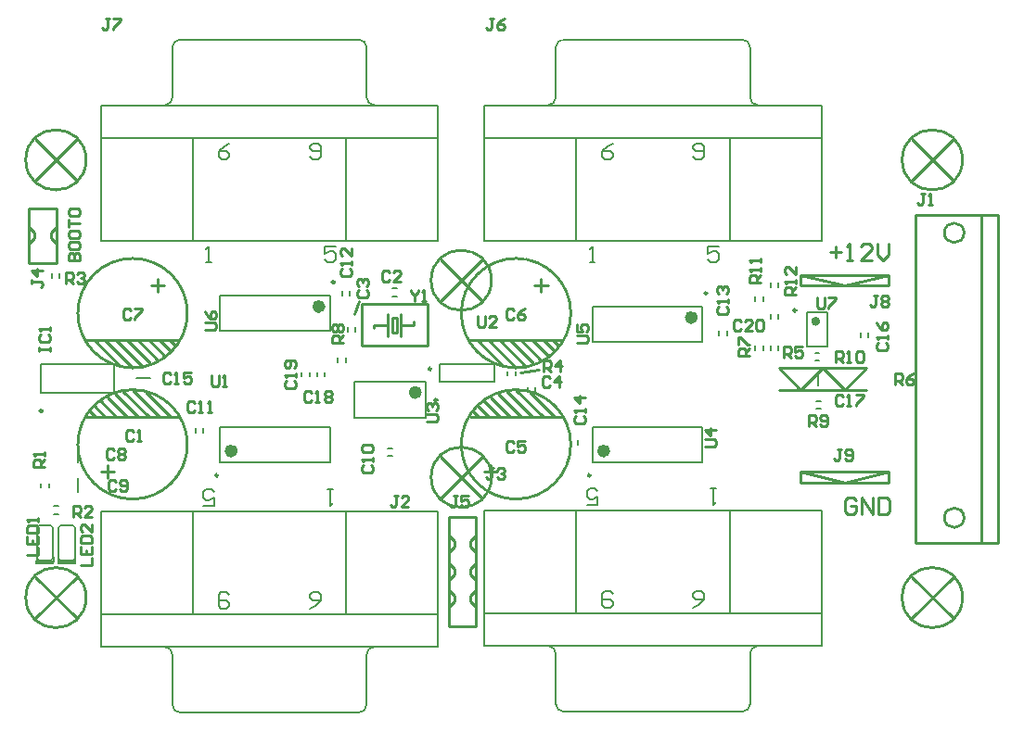
<source format=gto>
From 94640bdefc964cf22111aa56da4d1db7281676e5 Mon Sep 17 00:00:00 2001
From: ↑←↑↓→↓→←↑ <github@jaseg.net>
Date: Wed, 14 Dec 2016 20:07:13 +0100
Subject: WIP, add export

---
 .../Project Outputs for olsndot/Gerber/led_drv.GTO | 1915 ++++++++++++++++++++
 1 file changed, 1915 insertions(+)
 create mode 100644 olsndot/PCB_Project/Project Outputs for olsndot/Gerber/led_drv.GTO

(limited to 'olsndot/PCB_Project/Project Outputs for olsndot/Gerber/led_drv.GTO')

diff --git a/olsndot/PCB_Project/Project Outputs for olsndot/Gerber/led_drv.GTO b/olsndot/PCB_Project/Project Outputs for olsndot/Gerber/led_drv.GTO
new file mode 100644
index 0000000..779f5fd
--- /dev/null
+++ b/olsndot/PCB_Project/Project Outputs for olsndot/Gerber/led_drv.GTO	
@@ -0,0 +1,1915 @@
+G04 Layer_Color=65535*
+%FSLAX25Y25*%
+%MOIN*%
+G70*
+G01*
+G75*
+%ADD26C,0.01000*%
+%ADD45C,0.02362*%
+%ADD46C,0.00984*%
+%ADD47C,0.01575*%
+%ADD48C,0.00800*%
+%ADD49C,0.00787*%
+%ADD50C,0.00591*%
+%ADD51R,0.00650X0.02300*%
+%ADD52R,0.06700X0.01800*%
+%ADD53R,0.00730X0.02560*%
+D26*
+X196850Y122047D02*
+G03*
+X196850Y122047I-19685J0D01*
+G01*
+Y74803D02*
+G03*
+X196850Y74803I-19685J0D01*
+G01*
+X59055D02*
+G03*
+X59055Y74803I-19685J0D01*
+G01*
+Y122047D02*
+G03*
+X59055Y122047I-19685J0D01*
+G01*
+X338181Y150925D02*
+G03*
+X338181Y150925I-3536J0D01*
+G01*
+Y48425D02*
+G03*
+X338181Y48425I-3536J0D01*
+G01*
+X22638Y19685D02*
+G03*
+X22638Y19685I-10827J0D01*
+G01*
+Y177165D02*
+G03*
+X22638Y177165I-10827J0D01*
+G01*
+X337598D02*
+G03*
+X337598Y177165I-10827J0D01*
+G01*
+Y19685D02*
+G03*
+X337598Y19685I-10827J0D01*
+G01*
+X168307Y62992D02*
+G03*
+X168307Y62992I-10827J0D01*
+G01*
+Y133858D02*
+G03*
+X168307Y133858I-10827J0D01*
+G01*
+X118898Y121653D02*
+X120866Y126378D01*
+X125984Y116535D02*
+Y117717D01*
+X131102D01*
+X140551D02*
+Y118898D01*
+X135827Y117717D02*
+X140551D01*
+X121653Y110236D02*
+X145276D01*
+X121653D02*
+Y125197D01*
+X145276D01*
+Y110236D02*
+Y125197D01*
+X135827Y113779D02*
+Y121653D01*
+X131102Y113779D02*
+Y121653D01*
+X132677Y114961D02*
+Y120473D01*
+X134252D01*
+Y114961D02*
+Y120473D01*
+X132677Y114961D02*
+X134252D01*
+X186221Y129527D02*
+Y134252D01*
+X183858Y131890D02*
+X188583D01*
+X190551Y112205D02*
+X192520Y110236D01*
+X187008Y112205D02*
+X190945Y108268D01*
+X183071Y112205D02*
+X188976Y106299D01*
+X179134Y112205D02*
+X186221Y105118D01*
+X175197Y112205D02*
+X183465Y103937D01*
+X171260Y112205D02*
+X180709Y102756D01*
+X167323Y112205D02*
+X177165Y102362D01*
+X163386Y112205D02*
+X172441Y103150D01*
+X160236Y112205D02*
+X193701D01*
+X295276Y94488D02*
+X303150Y102362D01*
+X287402D02*
+X295276Y94488D01*
+X279528D02*
+X287402Y102362D01*
+X271654D02*
+X279528Y94488D01*
+X271654D02*
+X303150D01*
+X271654Y102362D02*
+X303150D01*
+X295276Y131890D02*
+X311024Y135827D01*
+X279528D02*
+X295276Y131890D01*
+X279528Y135827D02*
+X311024D01*
+Y131890D02*
+Y135827D01*
+X279528Y131890D02*
+X311024D01*
+X279528D02*
+Y135827D01*
+X295276Y61024D02*
+X311024Y64961D01*
+X279528D02*
+X295276Y61024D01*
+X279528Y64961D02*
+X311024D01*
+Y61024D02*
+Y64961D01*
+X279528Y61024D02*
+X311024D01*
+X279528D02*
+Y64961D01*
+X178740Y100787D02*
+X185433Y101575D01*
+X168110Y62598D02*
+Y67323D01*
+X165748Y64961D02*
+X170472D01*
+X161811Y86614D02*
+X163779Y84646D01*
+X163386Y88583D02*
+X167323Y84646D01*
+X165354Y90551D02*
+X171260Y84646D01*
+X168110Y91732D02*
+X175197Y84646D01*
+X170866Y92913D02*
+X179134Y84646D01*
+X173622Y94095D02*
+X183071Y84646D01*
+X177165Y94488D02*
+X187008Y84646D01*
+X181890Y93701D02*
+X190945Y84646D01*
+X160630D02*
+X194095D01*
+X30315Y62598D02*
+Y67323D01*
+X27953Y64961D02*
+X32677D01*
+X24016Y86614D02*
+X25984Y84646D01*
+X25591Y88583D02*
+X29528Y84646D01*
+X27559Y90551D02*
+X33465Y84646D01*
+X30315Y91732D02*
+X37402Y84646D01*
+X33071Y92913D02*
+X41339Y84646D01*
+X35827Y94095D02*
+X45276Y84646D01*
+X39370Y94488D02*
+X49213Y84646D01*
+X44094Y93701D02*
+X53150Y84646D01*
+X22835D02*
+X56299D01*
+X48425Y129527D02*
+Y134252D01*
+X46063Y131890D02*
+X50787D01*
+X52756Y112205D02*
+X54724Y110236D01*
+X49213Y112205D02*
+X53150Y108268D01*
+X45276Y112205D02*
+X51181Y106299D01*
+X41339Y112205D02*
+X48425Y105118D01*
+X37402Y112205D02*
+X45669Y103937D01*
+X33465Y112205D02*
+X42913Y102756D01*
+X29528Y112205D02*
+X39370Y102362D01*
+X25591Y112205D02*
+X34646Y103150D01*
+X22441Y112205D02*
+X55905D01*
+X10039Y149016D02*
+X12008Y147047D01*
+X10039Y149016D02*
+Y150984D01*
+X12008Y152953D01*
+X2165D02*
+X4134Y150984D01*
+Y149016D02*
+Y150984D01*
+X2165Y147047D02*
+X4134Y149016D01*
+X2165Y159843D02*
+X12008D01*
+Y140157D02*
+Y159843D01*
+X2165Y140157D02*
+X12008D01*
+X2165D02*
+Y159843D01*
+X162795Y9449D02*
+Y48819D01*
+X152953Y9449D02*
+X162795D01*
+X152953D02*
+Y48819D01*
+X162795D01*
+X160827Y39961D02*
+X162795Y41929D01*
+X160827Y37992D02*
+Y39961D01*
+Y37992D02*
+X162795Y36024D01*
+X160827Y30118D02*
+X162795Y32087D01*
+X160827Y28150D02*
+Y30118D01*
+Y28150D02*
+X162795Y26181D01*
+X152953Y32087D02*
+X154921Y30118D01*
+Y28150D02*
+Y30118D01*
+X152953Y26181D02*
+X154921Y28150D01*
+X152953Y36024D02*
+X154921Y37992D01*
+Y39961D01*
+X152953Y41929D02*
+X154921Y39961D01*
+X152953Y22244D02*
+X154921Y20276D01*
+Y18307D02*
+Y20276D01*
+X152953Y16339D02*
+X154921Y18307D01*
+X160827D02*
+X162795Y16339D01*
+X160827Y18307D02*
+Y20276D01*
+X162795Y22244D01*
+X344488Y39370D02*
+Y157480D01*
+X320866Y96457D02*
+Y98425D01*
+Y39370D02*
+Y96457D01*
+Y39370D02*
+X350394D01*
+Y157480D01*
+X320866D02*
+X350394D01*
+X320866Y98425D02*
+Y157480D01*
+X4331Y12205D02*
+X19291Y27165D01*
+X4331D02*
+X19291Y12205D01*
+X4331Y169685D02*
+X19291Y184646D01*
+X4331D02*
+X19291Y169685D01*
+X319291D02*
+X334252Y184646D01*
+X319291D02*
+X334252Y169685D01*
+X319291Y12205D02*
+X334252Y27165D01*
+X319291D02*
+X334252Y12205D01*
+X150000Y55512D02*
+X164961Y70472D01*
+X150000D02*
+X164961Y55512D01*
+X150000Y126378D02*
+X164961Y141339D01*
+X150000D02*
+X164961Y126378D01*
+X65293Y116142D02*
+X68625D01*
+X69291Y116808D01*
+Y118141D01*
+X68625Y118807D01*
+X65293D01*
+Y122806D02*
+X65959Y121473D01*
+X67292Y120140D01*
+X68625D01*
+X69291Y120807D01*
+Y122140D01*
+X68625Y122806D01*
+X67958D01*
+X67292Y122140D01*
+Y120140D01*
+X114778Y138099D02*
+X114111Y137432D01*
+Y136100D01*
+X114778Y135433D01*
+X117444D01*
+X118110Y136100D01*
+Y137432D01*
+X117444Y138099D01*
+X118110Y139432D02*
+Y140765D01*
+Y140098D01*
+X114111D01*
+X114778Y139432D01*
+X118110Y145430D02*
+Y142764D01*
+X115444Y145430D01*
+X114778D01*
+X114111Y144763D01*
+Y143430D01*
+X114778Y142764D01*
+X120684Y130225D02*
+X120017Y129558D01*
+Y128226D01*
+X120684Y127559D01*
+X123349D01*
+X124016Y128226D01*
+Y129558D01*
+X123349Y130225D01*
+X120684Y131558D02*
+X120017Y132224D01*
+Y133557D01*
+X120684Y134224D01*
+X121350D01*
+X122016Y133557D01*
+Y132891D01*
+Y133557D01*
+X122683Y134224D01*
+X123349D01*
+X124016Y133557D01*
+Y132224D01*
+X123349Y131558D01*
+X139370Y130377D02*
+Y129710D01*
+X140703Y128377D01*
+X142036Y129710D01*
+Y130377D01*
+X140703Y128377D02*
+Y126378D01*
+X143369D02*
+X144702D01*
+X144035D01*
+Y130377D01*
+X143369Y129710D01*
+X176288Y123017D02*
+X175621Y123684D01*
+X174288D01*
+X173622Y123017D01*
+Y120352D01*
+X174288Y119685D01*
+X175621D01*
+X176288Y120352D01*
+X180287Y123684D02*
+X178954Y123017D01*
+X177621Y121684D01*
+Y120352D01*
+X178287Y119685D01*
+X179620D01*
+X180287Y120352D01*
+Y121018D01*
+X179620Y121684D01*
+X177621D01*
+X131800Y136797D02*
+X131133Y137463D01*
+X129800D01*
+X129134Y136797D01*
+Y134131D01*
+X129800Y133465D01*
+X131133D01*
+X131800Y134131D01*
+X135798Y133465D02*
+X133133D01*
+X135798Y136130D01*
+Y136797D01*
+X135132Y137463D01*
+X133799D01*
+X133133Y136797D01*
+X277559Y128740D02*
+X273560D01*
+Y130739D01*
+X274227Y131406D01*
+X275560D01*
+X276226Y130739D01*
+Y128740D01*
+Y130073D02*
+X277559Y131406D01*
+Y132739D02*
+Y134072D01*
+Y133405D01*
+X273560D01*
+X274227Y132739D01*
+X277559Y138737D02*
+Y136071D01*
+X274893Y138737D01*
+X274227D01*
+X273560Y138070D01*
+Y136738D01*
+X274227Y136071D01*
+X250211Y124319D02*
+X249545Y123653D01*
+Y122320D01*
+X250211Y121653D01*
+X252877D01*
+X253543Y122320D01*
+Y123653D01*
+X252877Y124319D01*
+X253543Y125652D02*
+Y126985D01*
+Y126319D01*
+X249545D01*
+X250211Y125652D01*
+Y128984D02*
+X249545Y129651D01*
+Y130984D01*
+X250211Y131650D01*
+X250877D01*
+X251544Y130984D01*
+Y130317D01*
+Y130984D01*
+X252210Y131650D01*
+X252877D01*
+X253543Y130984D01*
+Y129651D01*
+X252877Y128984D01*
+X264961Y133071D02*
+X260962D01*
+Y135070D01*
+X261628Y135737D01*
+X262961D01*
+X263628Y135070D01*
+Y133071D01*
+Y134404D02*
+X264961Y135737D01*
+Y137070D02*
+Y138402D01*
+Y137736D01*
+X260962D01*
+X261628Y137070D01*
+X264961Y140402D02*
+Y141735D01*
+Y141068D01*
+X260962D01*
+X261628Y140402D01*
+X258178Y119080D02*
+X257511Y119747D01*
+X256178D01*
+X255512Y119080D01*
+Y116414D01*
+X256178Y115748D01*
+X257511D01*
+X258178Y116414D01*
+X262176Y115748D02*
+X259510D01*
+X262176Y118414D01*
+Y119080D01*
+X261510Y119747D01*
+X260177D01*
+X259510Y119080D01*
+X263509D02*
+X264176Y119747D01*
+X265509D01*
+X266175Y119080D01*
+Y116414D01*
+X265509Y115748D01*
+X264176D01*
+X263509Y116414D01*
+Y119080D01*
+X285433Y127621D02*
+Y124288D01*
+X286100Y123622D01*
+X287432D01*
+X288099Y124288D01*
+Y127621D01*
+X289432D02*
+X292098D01*
+Y126954D01*
+X289432Y124288D01*
+Y123622D01*
+X273228Y105905D02*
+Y109904D01*
+X275228D01*
+X275894Y109238D01*
+Y107905D01*
+X275228Y107238D01*
+X273228D01*
+X274561D02*
+X275894Y105905D01*
+X279893Y109904D02*
+X277227D01*
+Y107905D01*
+X278560Y108571D01*
+X279226D01*
+X279893Y107905D01*
+Y106572D01*
+X279226Y105905D01*
+X277893D01*
+X277227Y106572D01*
+X261024Y106693D02*
+X257025D01*
+Y108692D01*
+X257691Y109359D01*
+X259024D01*
+X259691Y108692D01*
+Y106693D01*
+Y108026D02*
+X261024Y109359D01*
+X257025Y110692D02*
+Y113357D01*
+X257691D01*
+X260357Y110692D01*
+X261024D01*
+X313386Y96457D02*
+Y100455D01*
+X315385D01*
+X316052Y99789D01*
+Y98456D01*
+X315385Y97790D01*
+X313386D01*
+X314719D02*
+X316052Y96457D01*
+X320050Y100455D02*
+X318717Y99789D01*
+X317385Y98456D01*
+Y97123D01*
+X318051Y96457D01*
+X319384D01*
+X320050Y97123D01*
+Y97790D01*
+X319384Y98456D01*
+X317385D01*
+X294792Y91915D02*
+X294125Y92581D01*
+X292792D01*
+X292126Y91915D01*
+Y89249D01*
+X292792Y88583D01*
+X294125D01*
+X294792Y89249D01*
+X296125Y88583D02*
+X297458D01*
+X296791D01*
+Y92581D01*
+X296125Y91915D01*
+X299457Y92581D02*
+X302123D01*
+Y91915D01*
+X299457Y89249D01*
+Y88583D01*
+X282283Y81496D02*
+Y85495D01*
+X284283D01*
+X284949Y84828D01*
+Y83495D01*
+X284283Y82829D01*
+X282283D01*
+X283616D02*
+X284949Y81496D01*
+X286282Y82162D02*
+X286949Y81496D01*
+X288281D01*
+X288948Y82162D01*
+Y84828D01*
+X288281Y85495D01*
+X286949D01*
+X286282Y84828D01*
+Y84162D01*
+X286949Y83495D01*
+X288948D01*
+X292126Y104331D02*
+Y108329D01*
+X294125D01*
+X294792Y107663D01*
+Y106330D01*
+X294125Y105664D01*
+X292126D01*
+X293459D02*
+X294792Y104331D01*
+X296125D02*
+X297458D01*
+X296791D01*
+Y108329D01*
+X296125Y107663D01*
+X299457D02*
+X300123Y108329D01*
+X301456D01*
+X302123Y107663D01*
+Y104997D01*
+X301456Y104331D01*
+X300123D01*
+X299457Y104997D01*
+Y107663D01*
+X307298Y111327D02*
+X306631Y110661D01*
+Y109328D01*
+X307298Y108661D01*
+X309963D01*
+X310630Y109328D01*
+Y110661D01*
+X309963Y111327D01*
+X310630Y112660D02*
+Y113993D01*
+Y113327D01*
+X306631D01*
+X307298Y112660D01*
+X306631Y118658D02*
+X307298Y117325D01*
+X308631Y115992D01*
+X309963D01*
+X310630Y116659D01*
+Y117992D01*
+X309963Y118658D01*
+X309297D01*
+X308631Y117992D01*
+Y115992D01*
+X306996Y128408D02*
+X305664D01*
+X306330D01*
+Y125076D01*
+X305664Y124409D01*
+X304997D01*
+X304331Y125076D01*
+X308329Y127742D02*
+X308996Y128408D01*
+X310329D01*
+X310995Y127742D01*
+Y127075D01*
+X310329Y126409D01*
+X310995Y125742D01*
+Y125076D01*
+X310329Y124409D01*
+X308996D01*
+X308329Y125076D01*
+Y125742D01*
+X308996Y126409D01*
+X308329Y127075D01*
+Y127742D01*
+X308996Y126409D02*
+X310329D01*
+X290158Y143944D02*
+X294156D01*
+X292157Y145943D02*
+Y141945D01*
+X296156Y140945D02*
+X298155D01*
+X297155D01*
+Y146943D01*
+X296156Y145943D01*
+X305153Y140945D02*
+X301154D01*
+X305153Y144944D01*
+Y145943D01*
+X304153Y146943D01*
+X302154D01*
+X301154Y145943D01*
+X307152Y146943D02*
+Y142944D01*
+X309151Y140945D01*
+X311151Y142944D01*
+Y146943D01*
+X299274Y54605D02*
+X298275Y55604D01*
+X296275D01*
+X295276Y54605D01*
+Y50606D01*
+X296275Y49606D01*
+X298275D01*
+X299274Y50606D01*
+Y52605D01*
+X297275D01*
+X301274Y49606D02*
+Y55604D01*
+X305272Y49606D01*
+Y55604D01*
+X307272D02*
+Y49606D01*
+X310271D01*
+X311270Y50606D01*
+Y54605D01*
+X310271Y55604D01*
+X307272D01*
+X294004Y72896D02*
+X292671D01*
+X293338D01*
+Y69564D01*
+X292671Y68898D01*
+X292005D01*
+X291339Y69564D01*
+X295337D02*
+X296004Y68898D01*
+X297337D01*
+X298003Y69564D01*
+Y72230D01*
+X297337Y72896D01*
+X296004D01*
+X295337Y72230D01*
+Y71563D01*
+X296004Y70897D01*
+X298003D01*
+X198636Y84949D02*
+X197970Y84283D01*
+Y82950D01*
+X198636Y82284D01*
+X201302D01*
+X201969Y82950D01*
+Y84283D01*
+X201302Y84949D01*
+X201969Y86282D02*
+Y87615D01*
+Y86949D01*
+X197970D01*
+X198636Y86282D01*
+X201969Y91614D02*
+X197970D01*
+X199969Y89614D01*
+Y92280D01*
+X199151Y111417D02*
+X202483D01*
+X203150Y112084D01*
+Y113417D01*
+X202483Y114083D01*
+X199151D01*
+Y118082D02*
+Y115416D01*
+X201150D01*
+X200484Y116749D01*
+Y117415D01*
+X201150Y118082D01*
+X202483D01*
+X203150Y117415D01*
+Y116083D01*
+X202483Y115416D01*
+X245214Y74016D02*
+X248546D01*
+X249213Y74682D01*
+Y76015D01*
+X248546Y76682D01*
+X245214D01*
+X249213Y80014D02*
+X245214D01*
+X247213Y78014D01*
+Y80680D01*
+X163386Y120928D02*
+Y117596D01*
+X164052Y116929D01*
+X165385D01*
+X166052Y117596D01*
+Y120928D01*
+X170050Y116929D02*
+X167385D01*
+X170050Y119595D01*
+Y120261D01*
+X169384Y120928D01*
+X168051D01*
+X167385Y120261D01*
+X187008Y101181D02*
+Y105180D01*
+X189007D01*
+X189674Y104513D01*
+Y103180D01*
+X189007Y102514D01*
+X187008D01*
+X188341D02*
+X189674Y101181D01*
+X193006D02*
+Y105180D01*
+X191007Y103180D01*
+X193672D01*
+X189280Y98608D02*
+X188613Y99274D01*
+X187281D01*
+X186614Y98608D01*
+Y95942D01*
+X187281Y95276D01*
+X188613D01*
+X189280Y95942D01*
+X192612Y95276D02*
+Y99274D01*
+X190613Y97275D01*
+X193279D01*
+X176288Y75380D02*
+X175621Y76046D01*
+X174288D01*
+X173622Y75380D01*
+Y72714D01*
+X174288Y72047D01*
+X175621D01*
+X176288Y72714D01*
+X180287Y76046D02*
+X177621D01*
+Y74047D01*
+X178954Y74713D01*
+X179620D01*
+X180287Y74047D01*
+Y72714D01*
+X179620Y72047D01*
+X178287D01*
+X177621Y72714D01*
+X145214Y83071D02*
+X148546D01*
+X149213Y83737D01*
+Y85070D01*
+X148546Y85737D01*
+X145214D01*
+X145880Y87070D02*
+X145214Y87736D01*
+Y89069D01*
+X145880Y89735D01*
+X146547D01*
+X147213Y89069D01*
+Y88402D01*
+Y89069D01*
+X147880Y89735D01*
+X148546D01*
+X149213Y89069D01*
+Y87736D01*
+X148546Y87070D01*
+X114961Y111417D02*
+X110962D01*
+Y113417D01*
+X111628Y114083D01*
+X112961D01*
+X113628Y113417D01*
+Y111417D01*
+Y112750D02*
+X114961Y114083D01*
+X111628Y115416D02*
+X110962Y116083D01*
+Y117415D01*
+X111628Y118082D01*
+X112295D01*
+X112961Y117415D01*
+X113628Y118082D01*
+X114294D01*
+X114961Y117415D01*
+Y116083D01*
+X114294Y115416D01*
+X113628D01*
+X112961Y116083D01*
+X112295Y115416D01*
+X111628D01*
+X112961Y116083D02*
+Y117415D01*
+X103847Y93490D02*
+X103180Y94156D01*
+X101848D01*
+X101181Y93490D01*
+Y90824D01*
+X101848Y90158D01*
+X103180D01*
+X103847Y90824D01*
+X105180Y90158D02*
+X106513D01*
+X105846D01*
+Y94156D01*
+X105180Y93490D01*
+X108512D02*
+X109178Y94156D01*
+X110511D01*
+X111178Y93490D01*
+Y92823D01*
+X110511Y92157D01*
+X111178Y91490D01*
+Y90824D01*
+X110511Y90158D01*
+X109178D01*
+X108512Y90824D01*
+Y91490D01*
+X109178Y92157D01*
+X108512Y92823D01*
+Y93490D01*
+X109178Y92157D02*
+X110511D01*
+X94699Y97548D02*
+X94033Y96881D01*
+Y95548D01*
+X94699Y94882D01*
+X97365D01*
+X98032Y95548D01*
+Y96881D01*
+X97365Y97548D01*
+X98032Y98881D02*
+Y100214D01*
+Y99547D01*
+X94033D01*
+X94699Y98881D01*
+X97365Y102213D02*
+X98032Y102879D01*
+Y104212D01*
+X97365Y104879D01*
+X94699D01*
+X94033Y104212D01*
+Y102879D01*
+X94699Y102213D01*
+X95366D01*
+X96032Y102879D01*
+Y104879D01*
+X122258Y67233D02*
+X121592Y66566D01*
+Y65233D01*
+X122258Y64567D01*
+X124924D01*
+X125591Y65233D01*
+Y66566D01*
+X124924Y67233D01*
+X125591Y68566D02*
+Y69898D01*
+Y69232D01*
+X121592D01*
+X122258Y68566D01*
+Y71898D02*
+X121592Y72564D01*
+Y73897D01*
+X122258Y74564D01*
+X124924D01*
+X125591Y73897D01*
+Y72564D01*
+X124924Y71898D01*
+X122258D01*
+X61721Y89553D02*
+X61054Y90219D01*
+X59722D01*
+X59055Y89553D01*
+Y86887D01*
+X59722Y86221D01*
+X61054D01*
+X61721Y86887D01*
+X63054Y86221D02*
+X64387D01*
+X63720D01*
+Y90219D01*
+X63054Y89553D01*
+X66386Y86221D02*
+X67719D01*
+X67053D01*
+Y90219D01*
+X66386Y89553D01*
+X32587Y72624D02*
+X31921Y73290D01*
+X30588D01*
+X29921Y72624D01*
+Y69958D01*
+X30588Y69291D01*
+X31921D01*
+X32587Y69958D01*
+X33920Y72624D02*
+X34586Y73290D01*
+X35919D01*
+X36586Y72624D01*
+Y71957D01*
+X35919Y71291D01*
+X36586Y70624D01*
+Y69958D01*
+X35919Y69291D01*
+X34586D01*
+X33920Y69958D01*
+Y70624D01*
+X34586Y71291D01*
+X33920Y71957D01*
+Y72624D01*
+X34586Y71291D02*
+X35919D01*
+X33375Y61206D02*
+X32708Y61873D01*
+X31375D01*
+X30709Y61206D01*
+Y58540D01*
+X31375Y57874D01*
+X32708D01*
+X33375Y58540D01*
+X34707D02*
+X35374Y57874D01*
+X36707D01*
+X37373Y58540D01*
+Y61206D01*
+X36707Y61873D01*
+X35374D01*
+X34707Y61206D01*
+Y60540D01*
+X35374Y59873D01*
+X37373D01*
+X7874Y66535D02*
+X3875D01*
+Y68535D01*
+X4542Y69201D01*
+X5875D01*
+X6541Y68535D01*
+Y66535D01*
+Y67868D02*
+X7874Y69201D01*
+Y70534D02*
+Y71867D01*
+Y71201D01*
+X3875D01*
+X4542Y70534D01*
+X1256Y34913D02*
+X5254D01*
+Y37579D01*
+X1256Y41578D02*
+Y38912D01*
+X5254D01*
+Y41578D01*
+X3255Y38912D02*
+Y40245D01*
+X1256Y42911D02*
+X5254D01*
+Y44910D01*
+X4588Y45577D01*
+X1922D01*
+X1256Y44910D01*
+Y42911D01*
+X5254Y46910D02*
+Y48243D01*
+Y47576D01*
+X1256D01*
+X1922Y46910D01*
+X18110Y48819D02*
+Y52818D01*
+X20110D01*
+X20776Y52151D01*
+Y50818D01*
+X20110Y50152D01*
+X18110D01*
+X19443D02*
+X20776Y48819D01*
+X24775D02*
+X22109D01*
+X24775Y51485D01*
+Y52151D01*
+X24108Y52818D01*
+X22775D01*
+X22109Y52151D01*
+X20804Y31496D02*
+X24803D01*
+Y34162D01*
+X20804Y38161D02*
+Y35495D01*
+X24803D01*
+Y38161D01*
+X22804Y35495D02*
+Y36828D01*
+X20804Y39494D02*
+X24803D01*
+Y41493D01*
+X24137Y42159D01*
+X21471D01*
+X20804Y41493D01*
+Y39494D01*
+X24803Y46158D02*
+Y43492D01*
+X22137Y46158D01*
+X21471D01*
+X20804Y45491D01*
+Y44159D01*
+X21471Y43492D01*
+X134556Y56361D02*
+X133223D01*
+X133889D01*
+Y53029D01*
+X133223Y52362D01*
+X132556D01*
+X131890Y53029D01*
+X138554Y52362D02*
+X135889D01*
+X138554Y55028D01*
+Y55695D01*
+X137888Y56361D01*
+X136555D01*
+X135889Y55695D01*
+X39674Y79317D02*
+X39007Y79983D01*
+X37674D01*
+X37008Y79317D01*
+Y76651D01*
+X37674Y75984D01*
+X39007D01*
+X39674Y76651D01*
+X41007Y75984D02*
+X42340D01*
+X41673D01*
+Y79983D01*
+X41007Y79317D01*
+X5844Y108268D02*
+Y109601D01*
+Y108934D01*
+X9843D01*
+Y108268D01*
+Y109601D01*
+X6510Y114266D02*
+X5844Y113599D01*
+Y112266D01*
+X6510Y111600D01*
+X9176D01*
+X9843Y112266D01*
+Y113599D01*
+X9176Y114266D01*
+X9843Y115599D02*
+Y116932D01*
+Y116265D01*
+X5844D01*
+X6510Y115599D01*
+X15354Y132677D02*
+Y136676D01*
+X17354D01*
+X18020Y136009D01*
+Y134677D01*
+X17354Y134010D01*
+X15354D01*
+X16687D02*
+X18020Y132677D01*
+X19353Y136009D02*
+X20019Y136676D01*
+X21352D01*
+X22019Y136009D01*
+Y135343D01*
+X21352Y134677D01*
+X20686D01*
+X21352D01*
+X22019Y134010D01*
+Y133344D01*
+X21352Y132677D01*
+X20019D01*
+X19353Y133344D01*
+X53060Y100183D02*
+X52393Y100849D01*
+X51060D01*
+X50394Y100183D01*
+Y97517D01*
+X51060Y96850D01*
+X52393D01*
+X53060Y97517D01*
+X54392Y96850D02*
+X55725D01*
+X55059D01*
+Y100849D01*
+X54392Y100183D01*
+X60391Y100849D02*
+X57725D01*
+Y98850D01*
+X59058Y99516D01*
+X59724D01*
+X60391Y98850D01*
+Y97517D01*
+X59724Y96850D01*
+X58391D01*
+X57725Y97517D01*
+X38886Y123017D02*
+X38220Y123684D01*
+X36887D01*
+X36220Y123017D01*
+Y120352D01*
+X36887Y119685D01*
+X38220D01*
+X38886Y120352D01*
+X40219Y123684D02*
+X42885D01*
+Y123017D01*
+X40219Y120352D01*
+Y119685D01*
+X16474Y140945D02*
+X20472D01*
+Y142944D01*
+X19806Y143611D01*
+X19139D01*
+X18473Y142944D01*
+Y140945D01*
+Y142944D01*
+X17807Y143611D01*
+X17140D01*
+X16474Y142944D01*
+Y140945D01*
+Y146943D02*
+Y145610D01*
+X17140Y144944D01*
+X19806D01*
+X20472Y145610D01*
+Y146943D01*
+X19806Y147609D01*
+X17140D01*
+X16474Y146943D01*
+Y150942D02*
+Y149609D01*
+X17140Y148942D01*
+X19806D01*
+X20472Y149609D01*
+Y150942D01*
+X19806Y151608D01*
+X17140D01*
+X16474Y150942D01*
+Y152941D02*
+Y155607D01*
+Y154274D01*
+X20472D01*
+X17140Y156940D02*
+X16474Y157606D01*
+Y158939D01*
+X17140Y159606D01*
+X19806D01*
+X20472Y158939D01*
+Y157606D01*
+X19806Y156940D01*
+X17140D01*
+X3088Y134162D02*
+Y132829D01*
+Y133495D01*
+X6420D01*
+X7087Y132829D01*
+Y132162D01*
+X6420Y131496D01*
+X7087Y137494D02*
+X3088D01*
+X5087Y135495D01*
+Y138161D01*
+X67716Y99668D02*
+Y96336D01*
+X68383Y95669D01*
+X69716D01*
+X70382Y96336D01*
+Y99668D01*
+X71715Y95669D02*
+X73048D01*
+X72382D01*
+Y99668D01*
+X71715Y99001D01*
+X156090Y56310D02*
+X154757D01*
+X155424D01*
+Y52978D01*
+X154757Y52312D01*
+X154091D01*
+X153424Y52978D01*
+X160089Y56310D02*
+X157423D01*
+Y54311D01*
+X158756Y54978D01*
+X159423D01*
+X160089Y54311D01*
+Y52978D01*
+X159423Y52312D01*
+X158090D01*
+X157423Y52978D01*
+X323990Y165010D02*
+X322657D01*
+X323324D01*
+Y161678D01*
+X322657Y161012D01*
+X321991D01*
+X321324Y161678D01*
+X325323Y161012D02*
+X326656D01*
+X325990D01*
+Y165010D01*
+X325323Y164344D01*
+X31190Y227910D02*
+X29857D01*
+X30524D01*
+Y224578D01*
+X29857Y223912D01*
+X29191D01*
+X28524Y224578D01*
+X32523Y227910D02*
+X35189D01*
+Y227244D01*
+X32523Y224578D01*
+Y223912D01*
+X168990Y227910D02*
+X167657D01*
+X168324D01*
+Y224578D01*
+X167657Y223912D01*
+X166991D01*
+X166324Y224578D01*
+X172989Y227910D02*
+X171656Y227244D01*
+X170323Y225911D01*
+Y224578D01*
+X170990Y223912D01*
+X172322D01*
+X172989Y224578D01*
+Y225245D01*
+X172322Y225911D01*
+X170323D01*
+X168990Y66510D02*
+X167657D01*
+X168324D01*
+Y63178D01*
+X167657Y62512D01*
+X166991D01*
+X166324Y63178D01*
+X170323Y65844D02*
+X170990Y66510D01*
+X172322D01*
+X172989Y65844D01*
+Y65178D01*
+X172322Y64511D01*
+X171656D01*
+X172322D01*
+X172989Y63845D01*
+Y63178D01*
+X172322Y62512D01*
+X170990D01*
+X170323Y63178D01*
+D45*
+X107480Y124409D02*
+G03*
+X107480Y124409I-1181J0D01*
+G01*
+X241339Y120473D02*
+G03*
+X241339Y120473I-1181J0D01*
+G01*
+X209842Y72441D02*
+G03*
+X209842Y72441I-1181J0D01*
+G01*
+X142126Y93504D02*
+G03*
+X142126Y93504I-1181J0D01*
+G01*
+X75984Y72441D02*
+G03*
+X75984Y72441I-1181J0D01*
+G01*
+D46*
+X111988Y133169D02*
+G03*
+X111988Y133169I-492J0D01*
+G01*
+X277854Y123031D02*
+G03*
+X277854Y123031I-492J0D01*
+G01*
+X245847Y129232D02*
+G03*
+X245847Y129232I-492J0D01*
+G01*
+X203957Y63681D02*
+G03*
+X203957Y63681I-492J0D01*
+G01*
+X148898Y90748D02*
+G03*
+X148898Y90748I-492J0D01*
+G01*
+X146752Y101969D02*
+G03*
+X146752Y101969I-492J0D01*
+G01*
+X6988Y86811D02*
+G03*
+X6988Y86811I-492J0D01*
+G01*
+X70098Y63681D02*
+G03*
+X70098Y63681I-492J0D01*
+G01*
+D47*
+X285630Y119095D02*
+G03*
+X285630Y119095I-787J0D01*
+G01*
+D48*
+X9974Y33064D02*
+G03*
+X10824Y33914I0J850D01*
+G01*
+X4924D02*
+G03*
+X5774Y33064I850J0D01*
+G01*
+X10824Y44826D02*
+G03*
+X9974Y45676I-850J0D01*
+G01*
+X5774D02*
+G03*
+X4924Y44826I0J-850D01*
+G01*
+X17848Y33064D02*
+G03*
+X18698Y33914I0J850D01*
+G01*
+X12798D02*
+G03*
+X13648Y33064I850J0D01*
+G01*
+X18698Y44826D02*
+G03*
+X17848Y45676I-850J0D01*
+G01*
+X13648D02*
+G03*
+X12798Y44826I0J-850D01*
+G01*
+X5774Y33064D02*
+X9974D01*
+X5774Y45676D02*
+X9974D01*
+X10824Y33914D02*
+Y44826D01*
+X4924Y33914D02*
+Y44826D01*
+X13648Y33064D02*
+X17848D01*
+X13648Y45676D02*
+X17848D01*
+X18698Y33914D02*
+Y44826D01*
+X12798Y33914D02*
+Y44826D01*
+D49*
+X53681Y-18917D02*
+G03*
+X56417Y-21654I2736J0D01*
+G01*
+X53661Y-787D02*
+G03*
+X50925Y1949I-2736J0D01*
+G01*
+X120709Y-21654D02*
+G03*
+X123445Y-18917I0J2736D01*
+G01*
+X126201Y1949D02*
+G03*
+X123465Y-787I0J-2736D01*
+G01*
+X123465Y217736D02*
+G03*
+X120728Y220472I-2736J0D01*
+G01*
+X123484Y199606D02*
+G03*
+X126221Y196870I2736J0D01*
+G01*
+X56437Y220472D02*
+G03*
+X53701Y217736I0J-2736D01*
+G01*
+X50945Y196870D02*
+G03*
+X53681Y199606I0J2736D01*
+G01*
+X261260Y217736D02*
+G03*
+X258524Y220472I-2736J0D01*
+G01*
+X261280Y199606D02*
+G03*
+X264016Y196870I2736J0D01*
+G01*
+X194232Y220472D02*
+G03*
+X191496Y217736I0J-2736D01*
+G01*
+X188740Y196870D02*
+G03*
+X191476Y199606I0J2736D01*
+G01*
+X191496Y-18602D02*
+G03*
+X194232Y-21339I2736J0D01*
+G01*
+X191476Y-472D02*
+G03*
+X188740Y2264I-2736J0D01*
+G01*
+X258524Y-21339D02*
+G03*
+X261260Y-18602I0J2736D01*
+G01*
+X264016Y2264D02*
+G03*
+X261280Y-472I0J-2736D01*
+G01*
+X70866Y115748D02*
+Y128347D01*
+X110236Y115748D02*
+Y128347D01*
+X70866Y115748D02*
+X110236D01*
+X70866Y128347D02*
+X110236D01*
+X117520D02*
+Y129921D01*
+X114764Y128347D02*
+Y129921D01*
+X116732Y115354D02*
+Y116929D01*
+X119488Y115354D02*
+Y116929D01*
+X132677Y130905D02*
+X134252D01*
+X132677Y128150D02*
+X134252D01*
+X268701Y131496D02*
+Y133071D01*
+X271457Y131496D02*
+Y133071D01*
+X252953Y114173D02*
+Y115748D01*
+X250197Y114173D02*
+Y115748D01*
+X265945Y126378D02*
+Y127953D01*
+X263189Y126378D02*
+Y127953D01*
+X271457Y120079D02*
+Y121654D01*
+X268701Y120079D02*
+Y121654D01*
+X281693Y110039D02*
+X289173D01*
+X281693Y122244D02*
+X289173D01*
+Y110039D02*
+Y122244D01*
+X281693Y110039D02*
+Y122244D01*
+X271457Y108661D02*
+Y110236D01*
+X268701Y108661D02*
+Y110236D01*
+X265945Y108661D02*
+Y110236D01*
+X263189Y108661D02*
+Y110236D01*
+X285827Y95866D02*
+Y100984D01*
+X285039Y87598D02*
+X286614D01*
+X285039Y90354D02*
+X286614D01*
+X284646Y104921D02*
+X286221D01*
+X284646Y107677D02*
+X286221D01*
+X300984Y113386D02*
+Y114961D01*
+X303740Y113386D02*
+Y114961D01*
+X196653Y74803D02*
+Y76378D01*
+X199409Y74803D02*
+Y76378D01*
+X204724Y111811D02*
+Y124409D01*
+X244094Y111811D02*
+Y124409D01*
+X204724Y111811D02*
+X244094D01*
+X204724Y124409D02*
+X244094D01*
+Y68504D02*
+Y81102D01*
+X204724Y68504D02*
+Y81102D01*
+X244094D01*
+X204724Y68504D02*
+X244094D01*
+X169291Y97244D02*
+Y103543D01*
+X149606Y97244D02*
+Y103543D01*
+X169291D01*
+X149606Y97244D02*
+X169291D01*
+X174213Y99606D02*
+Y101181D01*
+X176969Y99606D02*
+Y101181D01*
+X184055Y93701D02*
+Y95276D01*
+X181299Y93701D02*
+Y95276D01*
+X118898Y84449D02*
+Y97441D01*
+X144882Y84449D02*
+Y97441D01*
+X118898Y84449D02*
+X144882D01*
+X118898Y97441D02*
+X144882D01*
+X115945Y104331D02*
+Y105905D01*
+X113189Y104331D02*
+Y105905D01*
+X108465Y99213D02*
+Y100787D01*
+X105709Y99213D02*
+Y100787D01*
+X102953Y99213D02*
+Y100787D01*
+X100197Y99213D02*
+Y100787D01*
+X131102Y73425D02*
+X132677D01*
+X131102Y70669D02*
+X132677D01*
+X62008Y79134D02*
+Y80709D01*
+X64764Y79134D02*
+Y80709D01*
+X19685Y68307D02*
+Y73425D01*
+Y57677D02*
+Y62795D01*
+X6496Y59252D02*
+Y60827D01*
+X9252Y59252D02*
+Y60827D01*
+X11024Y49803D02*
+X12598D01*
+X11024Y52559D02*
+X12598D01*
+X53661Y-18898D02*
+Y-787D01*
+X123465Y-18898D02*
+Y-787D01*
+X116122Y13780D02*
+Y50787D01*
+X27933Y1969D02*
+X149193D01*
+X61004Y13780D02*
+Y50787D01*
+X27933Y50787D02*
+X149193D01*
+X56417Y-21654D02*
+X120709D01*
+X149193Y1969D02*
+Y50787D01*
+X27933Y1969D02*
+Y50787D01*
+Y13780D02*
+X149193D01*
+X32874Y93307D02*
+Y103543D01*
+X6496Y93307D02*
+Y103543D01*
+X32874D01*
+X6496Y93307D02*
+X32874D01*
+X10433Y134646D02*
+Y136221D01*
+X13189Y134646D02*
+Y136221D01*
+X40748Y98819D02*
+X45866D01*
+X110236Y68504D02*
+Y81102D01*
+X70866Y68504D02*
+Y81102D01*
+X110236D01*
+X70866Y68504D02*
+X110236D01*
+X123484Y199606D02*
+Y217717D01*
+X53681Y199606D02*
+Y217717D01*
+X61024Y148031D02*
+Y185039D01*
+X27953Y196850D02*
+X149213D01*
+X116142Y148031D02*
+Y185039D01*
+X27953Y148031D02*
+X149213D01*
+X56437Y220472D02*
+X120728D01*
+X27953Y148031D02*
+Y196850D01*
+X149213Y148031D02*
+Y196850D01*
+X27953Y185039D02*
+X149213D01*
+X261280Y199606D02*
+Y217717D01*
+X191476Y199606D02*
+Y217717D01*
+X198819Y148031D02*
+Y185039D01*
+X165748Y196850D02*
+X287008D01*
+X253937Y148031D02*
+Y185039D01*
+X165748Y148031D02*
+X287008D01*
+X194232Y220472D02*
+X258524D01*
+X165748Y148031D02*
+Y196850D01*
+X287008Y148031D02*
+Y196850D01*
+X165748Y185039D02*
+X287008D01*
+X191476Y-18583D02*
+Y-472D01*
+X261280Y-18583D02*
+Y-472D01*
+X253937Y14095D02*
+Y51102D01*
+X165748Y2283D02*
+X287008D01*
+X198819Y14095D02*
+Y51102D01*
+X165748Y51102D02*
+X287008D01*
+X194232Y-21339D02*
+X258524D01*
+X287008Y2283D02*
+Y51102D01*
+X165748Y2283D02*
+Y51102D01*
+Y14095D02*
+X287008D01*
+D50*
+X102954Y15652D02*
+X104922Y16635D01*
+X106890Y18603D01*
+Y20571D01*
+X105906Y21555D01*
+X103938D01*
+X102954Y20571D01*
+Y19587D01*
+X103938Y18603D01*
+X106890D01*
+X74173Y20571D02*
+X73189Y21555D01*
+X71221D01*
+X70237Y20571D01*
+Y16635D01*
+X71221Y15652D01*
+X73189D01*
+X74173Y16635D01*
+Y17619D01*
+X73189Y18603D01*
+X70237D01*
+X64785Y52659D02*
+X68721D01*
+Y55611D01*
+X66753Y54627D01*
+X65769D01*
+X64785Y55611D01*
+Y57579D01*
+X65769Y58563D01*
+X67737D01*
+X68721Y57579D01*
+X111358Y58563D02*
+X109390D01*
+X110374D01*
+Y52659D01*
+X111358Y53643D01*
+X74192Y183167D02*
+X72224Y182183D01*
+X70256Y180216D01*
+Y178248D01*
+X71240Y177264D01*
+X73208D01*
+X74192Y178248D01*
+Y179232D01*
+X73208Y180216D01*
+X70256D01*
+X102972Y178248D02*
+X103956Y177264D01*
+X105924D01*
+X106908Y178248D01*
+Y182183D01*
+X105924Y183167D01*
+X103956D01*
+X102972Y182183D01*
+Y181200D01*
+X103956Y180216D01*
+X106908D01*
+X112361Y146160D02*
+X108425D01*
+Y143208D01*
+X110393Y144192D01*
+X111377D01*
+X112361Y143208D01*
+Y141240D01*
+X111377Y140256D01*
+X109409D01*
+X108425Y141240D01*
+X65787Y140256D02*
+X67755D01*
+X66771D01*
+Y146160D01*
+X65787Y145176D01*
+X211987Y183167D02*
+X210019Y182183D01*
+X208051Y180216D01*
+Y178248D01*
+X209035Y177264D01*
+X211003D01*
+X211987Y178248D01*
+Y179232D01*
+X211003Y180216D01*
+X208051D01*
+X240768Y178248D02*
+X241752Y177264D01*
+X243720D01*
+X244704Y178248D01*
+Y182183D01*
+X243720Y183167D01*
+X241752D01*
+X240768Y182183D01*
+Y181200D01*
+X241752Y180216D01*
+X244704D01*
+X250156Y146160D02*
+X246220D01*
+Y143208D01*
+X248188Y144192D01*
+X249172D01*
+X250156Y143208D01*
+Y141240D01*
+X249172Y140256D01*
+X247204D01*
+X246220Y141240D01*
+X203583Y140256D02*
+X205551D01*
+X204567D01*
+Y146160D01*
+X203583Y145176D01*
+X240769Y15967D02*
+X242737Y16950D01*
+X244705Y18918D01*
+Y20886D01*
+X243721Y21870D01*
+X241753D01*
+X240769Y20886D01*
+Y19902D01*
+X241753Y18918D01*
+X244705D01*
+X211988Y20886D02*
+X211004Y21870D01*
+X209036D01*
+X208052Y20886D01*
+Y16950D01*
+X209036Y15967D01*
+X211004D01*
+X211988Y16950D01*
+Y17934D01*
+X211004Y18918D01*
+X208052D01*
+X202600Y52974D02*
+X206535D01*
+Y55926D01*
+X204568Y54942D01*
+X203584D01*
+X202600Y55926D01*
+Y57894D01*
+X203584Y58878D01*
+X205552D01*
+X206535Y57894D01*
+X249173Y58878D02*
+X247205D01*
+X248189D01*
+Y52974D01*
+X249173Y53958D01*
+D51*
+X10899Y33503D02*
+D03*
+X18773Y33503D02*
+D03*
+D52*
+X7874Y32503D02*
+D03*
+X15748Y32503D02*
+D03*
+D53*
+X4889Y33633D02*
+D03*
+X12763Y33633D02*
+D03*
+M02*
-- 
cgit 


</source>
